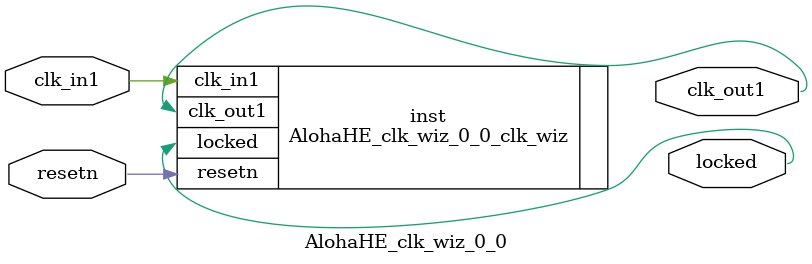
<source format=v>


`timescale 1ps/1ps

(* CORE_GENERATION_INFO = "AlohaHE_clk_wiz_0_0,clk_wiz_v6_0_3_0_0,{component_name=AlohaHE_clk_wiz_0_0,use_phase_alignment=true,use_min_o_jitter=false,use_max_i_jitter=false,use_dyn_phase_shift=false,use_inclk_switchover=false,use_dyn_reconfig=false,enable_axi=0,feedback_source=FDBK_AUTO,PRIMITIVE=MMCM,num_out_clk=1,clkin1_period=10.000,clkin2_period=10.000,use_power_down=false,use_reset=true,use_locked=true,use_inclk_stopped=false,feedback_type=SINGLE,CLOCK_MGR_TYPE=NA,manual_override=false}" *)

module AlohaHE_clk_wiz_0_0 
 (
  // Clock out ports
  output        clk_out1,
  // Status and control signals
  input         resetn,
  output        locked,
 // Clock in ports
  input         clk_in1
 );

  AlohaHE_clk_wiz_0_0_clk_wiz inst
  (
  // Clock out ports  
  .clk_out1(clk_out1),
  // Status and control signals               
  .resetn(resetn), 
  .locked(locked),
 // Clock in ports
  .clk_in1(clk_in1)
  );

endmodule

</source>
